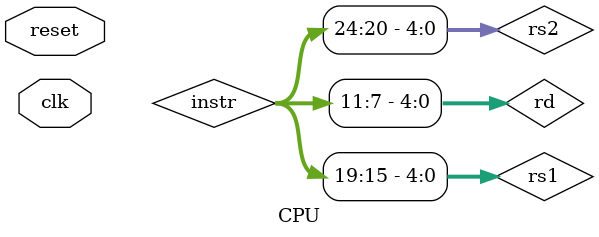
<source format=v>
`timescale 1ns/100ps

module CPU (
    input wire clk,
    input wire reset
);

    wire [31:0] pc, next_pc, instr, busA, busB;
    wire [4:0] rs1, rs2, rd;

    // Program Counter (PC)
    PC pc_reg (
        .clk(clk),
        .reset(reset),
        .next_pc(next_pc),
        .pc(pc)
    );

    // Instruction Memory
    Instr_Mem instr_mem (
        .addr(pc),
        .instr(instr)
    );

    // Extract fields from instruction
    assign rs1 = instr[19:15];
    assign rs2 = instr[24:20];
    assign rd  = instr[11:7];

    // Register File
    register_file reg_file (
        .Ra(rs1),
        .Rb(rs2),
        .Rw(rd),
        .busW(32'd0),      // 暫時設為0，無寫入操作
        .RegWr(1'b0),      // 暫時設為0，無寫入操作
        .WrClk(clk),
        .busA(busA),
        .busB(busB)
    );

    // 簡單的PC更新邏輯
    assign next_pc = pc + 4; // PC每次加4以擷取下一條指令

endmodule


</source>
